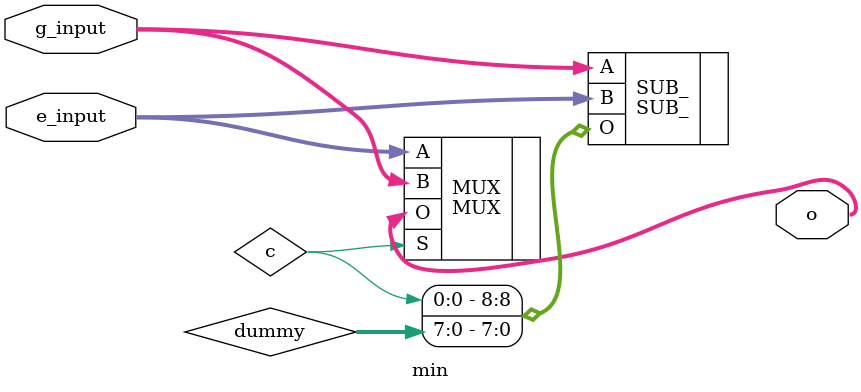
<source format=sv>
`timescale 1ns / 1ps

module min #(parameter N = 8)( 
	input [N-1:0] g_input,
	input [N-1:0] e_input,
	output [N-1:0] o
);	
	
	logic c;
	logic [N-1:0] dummy;
		
	SUB_ #(.N(N)) SUB_( 
		.A(g_input),
		.B(e_input),
		.O({c, dummy})
    );	
	
	MUX #(.N(N)) MUX(
		.A(e_input),
		.B(g_input),
		.S(c),
		.O(o)
	);

endmodule

</source>
